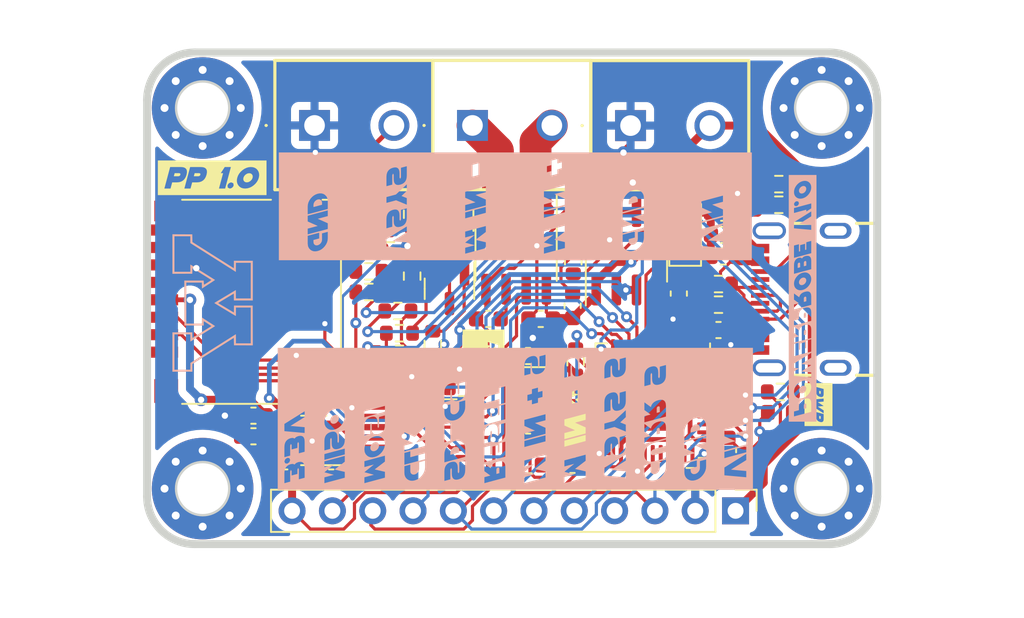
<source format=kicad_pcb>
(kicad_pcb (version 20211014) (generator pcbnew)

  (general
    (thickness 1.6)
  )

  (paper "A4")
  (layers
    (0 "F.Cu" signal)
    (31 "B.Cu" signal)
    (32 "B.Adhes" user "B.Adhesive")
    (33 "F.Adhes" user "F.Adhesive")
    (34 "B.Paste" user)
    (35 "F.Paste" user)
    (36 "B.SilkS" user "B.Silkscreen")
    (37 "F.SilkS" user "F.Silkscreen")
    (38 "B.Mask" user)
    (39 "F.Mask" user)
    (40 "Dwgs.User" user "User.Drawings")
    (41 "Cmts.User" user "User.Comments")
    (42 "Eco1.User" user "User.Eco1")
    (43 "Eco2.User" user "User.Eco2")
    (44 "Edge.Cuts" user)
    (45 "Margin" user)
    (46 "B.CrtYd" user "B.Courtyard")
    (47 "F.CrtYd" user "F.Courtyard")
    (48 "B.Fab" user)
    (49 "F.Fab" user)
    (50 "User.1" user)
    (51 "User.2" user)
    (52 "User.3" user)
    (53 "User.4" user)
    (54 "User.5" user)
    (55 "User.6" user)
    (56 "User.7" user)
    (57 "User.8" user)
    (58 "User.9" user)
  )

  (setup
    (stackup
      (layer "F.SilkS" (type "Top Silk Screen"))
      (layer "F.Paste" (type "Top Solder Paste"))
      (layer "F.Mask" (type "Top Solder Mask") (thickness 0.01))
      (layer "F.Cu" (type "copper") (thickness 0.035))
      (layer "dielectric 1" (type "core") (thickness 1.51) (material "FR4") (epsilon_r 4.5) (loss_tangent 0.02))
      (layer "B.Cu" (type "copper") (thickness 0.035))
      (layer "B.Mask" (type "Bottom Solder Mask") (thickness 0.01))
      (layer "B.Paste" (type "Bottom Solder Paste"))
      (layer "B.SilkS" (type "Bottom Silk Screen"))
      (copper_finish "None")
      (dielectric_constraints no)
    )
    (pad_to_mask_clearance 0)
    (pcbplotparams
      (layerselection 0x00010fc_ffffffff)
      (disableapertmacros false)
      (usegerberextensions false)
      (usegerberattributes true)
      (usegerberadvancedattributes true)
      (creategerberjobfile true)
      (svguseinch false)
      (svgprecision 6)
      (excludeedgelayer true)
      (plotframeref false)
      (viasonmask false)
      (mode 1)
      (useauxorigin false)
      (hpglpennumber 1)
      (hpglpenspeed 20)
      (hpglpendiameter 15.000000)
      (dxfpolygonmode true)
      (dxfimperialunits true)
      (dxfusepcbnewfont true)
      (psnegative false)
      (psa4output false)
      (plotreference true)
      (plotvalue true)
      (plotinvisibletext false)
      (sketchpadsonfab false)
      (subtractmaskfromsilk false)
      (outputformat 4)
      (mirror false)
      (drillshape 0)
      (scaleselection 1)
      (outputdirectory "")
    )
  )

  (net 0 "")
  (net 1 "Net-(C1-Pad1)")
  (net 2 "GND")
  (net 3 "Net-(C2-Pad1)")
  (net 4 "+3V3")
  (net 5 "Net-(C6-Pad2)")
  (net 6 "RESET")
  (net 7 "CLK")
  (net 8 "MOSI")
  (net 9 "MISO")
  (net 10 "Net-(C4-Pad2)")
  (net 11 "+5V")
  (net 12 "+BATT")
  (net 13 "VBUS")
  (net 14 "TX_LED")
  (net 15 "Net-(D1-Pad2)")
  (net 16 "RX_LED")
  (net 17 "Net-(D2-Pad2)")
  (net 18 "Net-(D4-Pad2)")
  (net 19 "Net-(F1-Pad1)")
  (net 20 "D+")
  (net 21 "D-")
  (net 22 "Net-(J4-PadA5)")
  (net 23 "Net-(J4-PadB5)")
  (net 24 "Net-(IC2-Pad5)")
  (net 25 "Sensor")
  (net 26 "unconnected-(J5-Pad1)")
  (net 27 "3.3V_SD_CS")
  (net 28 "3.3V_MOSI")
  (net 29 "3.3V_CLK")
  (net 30 "3.3V_MISO")
  (net 31 "unconnected-(J5-Pad8)")
  (net 32 "unconnected-(J5-Pad9)")
  (net 33 "unconnected-(J4-PadA8)")
  (net 34 "unconnected-(J4-PadB8)")
  (net 35 "unconnected-(IC1-Pad11)")
  (net 36 "unconnected-(IC1-Pad12)")
  (net 37 "unconnected-(IC1-Pad13)")
  (net 38 "unconnected-(IC1-Pad14)")
  (net 39 "unconnected-(IC1-Pad15)")
  (net 40 "unconnected-(IC1-Pad16)")
  (net 41 "unconnected-(IC2-Pad4)")
  (net 42 "unconnected-(PS1-Pad4)")
  (net 43 "unconnected-(J4-PadS1)")
  (net 44 "unconnected-(J4-PadS2)")
  (net 45 "unconnected-(J4-PadS3)")
  (net 46 "SD_CS")
  (net 47 "CarBatt")
  (net 48 "unconnected-(J4-PadS4)")
  (net 49 "unconnected-(U1-Pad32)")
  (net 50 "unconnected-(U1-Pad31)")
  (net 51 "unconnected-(U1-Pad30)")
  (net 52 "unconnected-(U1-Pad29)")
  (net 53 "unconnected-(U1-Pad27)")
  (net 54 "unconnected-(U1-Pad26)")
  (net 55 "unconnected-(U1-Pad25)")
  (net 56 "unconnected-(U1-Pad21)")
  (net 57 "unconnected-(U1-Pad20)")
  (net 58 "unconnected-(U1-Pad19)")
  (net 59 "unconnected-(U1-Pad18)")
  (net 60 "unconnected-(U1-Pad41)")
  (net 61 "unconnected-(U1-Pad40)")
  (net 62 "Net-(R4-Pad1)")
  (net 63 "Net-(R5-Pad1)")
  (net 64 "Net-(Q1-Pad1)")
  (net 65 "Net-(Q1-Pad2)")
  (net 66 "Net-(Q2-Pad1)")
  (net 67 "Net-(Q2-Pad2)")
  (net 68 "Net-(Q3-Pad1)")
  (net 69 "Net-(Q3-Pad2)")
  (net 70 "Net-(C3-Pad2)")
  (net 71 "unconnected-(U1-Pad1)")
  (net 72 "MotorInputOne")
  (net 73 "MotorInputTwo")
  (net 74 "MotorSenseTwo")
  (net 75 "MotorSenseOne")
  (net 76 "VBatt")
  (net 77 "Net-(U1-Pad33)")
  (net 78 "VSenseEnable")

  (footprint "Resistor_SMD:R_0603_1608Metric" (layer "F.Cu") (at 101.4 54.9))

  (footprint "MountingHole:MountingHole_3.2mm_M3_Pad_Via" (layer "F.Cu") (at 104.1 74.1))

  (footprint "MountingHole:MountingHole_3.2mm_M3_Pad_Via" (layer "F.Cu") (at 104.1 50.1))

  (footprint "Capacitor_SMD:C_0603_1608Metric" (layer "F.Cu") (at 86.4 63.4 180))

  (footprint "Capacitor_SMD:C_0603_1608Metric" (layer "F.Cu") (at 97.6 64.1))

  (footprint "Resistor_SMD:R_0603_1608Metric" (layer "F.Cu") (at 101.4 56.2 180))

  (footprint "Crystal:Crystal_SMD_3225-4Pin_3.2x2.5mm" (layer "F.Cu") (at 85.9 68.44 -90))

  (footprint "Capacitor_SMD:C_0603_1608Metric" (layer "F.Cu") (at 70.3 73.4 180))

  (footprint "Resistor_SMD:R_0603_1608Metric" (layer "F.Cu") (at 77.4 62.9))

  (footprint "Capacitor_SMD:C_0603_1608Metric" (layer "F.Cu") (at 68.3 69.5))

  (footprint "Capacitor_SMD:C_0603_1608Metric" (layer "F.Cu") (at 85.6 71.14 180))

  (footprint "Package_SO:TSSOP-16-1EP_4.4x5mm_P0.65mm_EP3x3mm" (layer "F.Cu") (at 78.9 71.2 180))

  (footprint "MountingHole:MountingHole_3.2mm_M3_Pad_Via" (layer "F.Cu") (at 65.1 74.1))

  (footprint "Package_TO_SOT_SMD:SOT-23-5" (layer "F.Cu") (at 72.1 71.061424 180))

  (footprint "Resistor_SMD:R_0603_1608Metric" (layer "F.Cu") (at 95.82 73.32))

  (footprint "Package_DFN_QFN:QFN-44-1EP_7x7mm_P0.5mm_EP5.2x5.2mm" (layer "F.Cu") (at 93.46 68.55 -90))

  (footprint "Resistor_SMD:R_0603_1608Metric" (layer "F.Cu") (at 97.6 61.2))

  (footprint "Connector_PinHeader_2.54mm:PinHeader_1x12_P2.54mm_Vertical" (layer "F.Cu") (at 98.675 75.5 -90))

  (footprint "kibuzzard-63FD119E" (layer "F.Cu") (at 103.9 68.8 -90))

  (footprint "Resistor_SMD:R_0603_1608Metric" (layer "F.Cu") (at 79.6 65 90))

  (footprint "Connector_Card:microSD_HC_Hirose_DM3D-SF" (layer "F.Cu") (at 68.03 62.32 -90))

  (footprint "Capacitor_SMD:C_0603_1608Metric" (layer "F.Cu") (at 98.2 71.67 90))

  (footprint "Capacitor_SMD:C_0603_1608Metric" (layer "F.Cu") (at 95.1 61.8 90))

  (footprint "KiCad:Terminal_Block" (layer "F.Cu") (at 92.06 51.21))

  (footprint "Package_TO_SOT_SMD:SOT-23" (layer "F.Cu") (at 80.6 57.2 90))

  (footprint "Capacitor_SMD:C_0603_1608Metric" (layer "F.Cu") (at 88.4 72.6 180))

  (footprint "Resistor_SMD:R_0603_1608Metric" (layer "F.Cu") (at 77.5 64.3 180))

  (footprint "kibuzzard-63F8F3C2" (layer "F.Cu") (at 88.4 69.6 -90))

  (footprint "kibuzzard-63F7A764" (layer "F.Cu") (at 65.7 54.5))

  (footprint "Capacitor_SMD:C_0603_1608Metric" (layer "F.Cu") (at 85.6 65.74))

  (footprint "kibuzzard-63F8F2BE" (layer "F.Cu") (at 82.8 65.6 -90))

  (footprint "MountingHole:MountingHole_3.2mm_M3_Pad_Via" (layer "F.Cu") (at 65.1 50.1))

  (footprint "LED_SMD:LED_0603_1608Metric" (layer "F.Cu") (at 101.5 69.3))

  (footprint "Resistor_SMD:R_0603_1608Metric" (layer "F.Cu") (at 81.47 67.74))

  (footprint "Resistor_SMD:R_0603_1608Metric" (layer "F.Cu") (at 78.3 56.8 90))

  (footprint "Resistor_SMD:R_0603_1608Metric" (layer "F.Cu") (at 77.5 65.6))

  (footprint "Capacitor_SMD:C_0603_1608Metric" (layer "F.Cu") (at 68.3 70.8))

  (footprint "Resistor_SMD:R_0603_1608Metric" (layer "F.Cu") (at 97.6 62.5))

  (footprint "Resistor_SMD:R_0603_1608Metric" (layer "F.Cu") (at 78.3 60.7 -90))

  (footprint "Resistor_SMD:R_0603_1608Metric" (layer "F.Cu") (at 75.575 60.4))

  (footprint "USB4105-GF-A:GCT_USB4105-GF-A" (layer "F.Cu") (at 104.980489 62.1625 90))

  (footprint "Diode_SMD:D_SOD-123" (layer "F.Cu") (at 95.5 57.8 90))

  (footprint "Capacitor_SMD:C_0603_1608Metric" (layer "F.Cu") (at 73.2 73.4 180))

  (footprint "Package_TO_SOT_SMD:SOT-23" (layer "F.Cu") (at 75.5 57 180))

  (footprint "LED_SMD:LED_0603_1608Metric" (layer "F.Cu") (at 82.3 65.6 -90))

  (footprint "Capacitor_SMD:C_0603_1608Metric" (layer "F.Cu") (at 88.41 62.57 90))

  (footprint "Fuse:Fuse_0603_1608Metric" (layer "F.Cu") (at 97.9 59.4625 180))

  (footprint "Resistor_SMD:R_0603_1608Metric" (layer "F.Cu") (at 88.6 66.1 90))

  (footprint "Capacitor_SMD:C_0603_1608Metric" (layer "F.Cu") (at 97.9 58.1))

  (footprint "Package_SO:SOIC-8_3.9x4.9mm_P1.27mm" (layer "F.Cu") (at 91.8 59.1 90))

  (footprint "LED_SMD:LED_0603_1608Metric" (layer "F.Cu") (at 88.4 70.3 -90))

  (footprint "Package_TO_SOT_SMD:SOT-23" (layer "F.Cu") (at 80.65 61.5 -90))

  (footprint "Resistor_SMD:R_0603_1608Metric" (layer "F.Cu")
    (tedit 5F68FEEE) (tstamp d2f4535e-0c6a-4fbf-b5fd-29d59b7a624b)
    (at 101.5 68)
    (descr "Resistor SMD 0603 (1608 Metric), square (rectangular) end terminal, IPC_7351 nominal, (Body size source: IPC-SM-782 page 72, https://www.pcb-3d.com/wordpress/wp-content/uploads/ipc-sm-782a_amendment_1_and_2.pdf), generated with kicad-footprint-generator")
    (tags "resistor")
    (property "Sheetfile" "Senior_Design.kicad_sch")
    (property "Sheetname" "")
    (path "/6158792c-95bb-4f62-bf4d-01a8ac060ef1")
    (attr smd)
    (fp_text reference "R15" (at 0 -1.43) (layer "F.SilkS") hide
      (effects (font (size 1 1) (thickness 0.15)))
      (tstamp b80707ac-04fa-4771-8d3d-c2526a89094b)
    )
    (fp_text value "1K" (at 0 1.43) (layer "F.Fab")
      (effects (font (size 1 1) (thickness 0.15)))
      (tstamp c857744c-c901-4ed4-8d37-667ffcc0c9f5)
    )
    (fp_text user "${REFERENCE}" (at 0 0) (layer "F.Fab")
      (effects (font (size 0.4 0.4) (thickness 0.06)))
      (tstamp 6e04e195-ab4e-424f-9198-b5ec07460562)
    )
    (fp_line (start -0.237258 -0.5225) (end 0.237258 -0.5225) (layer "F.SilkS") (width 0.12) (tstamp 131c8911-8fe2-4ac5-9421-2ae7f17c0425))
    (fp_line (start -0.237258 0.5225) (end 0.237258 0.5225) (layer "F.SilkS") (width 0.12) (tstamp 43fe242d-ebfa-4353-847a-85fb2cd428f2))
    (fp_line (start -1.48 0.73) (end -1.48 -0.73) (layer "F.CrtYd") (width 0.05) (tstamp 22842d68-109b-4be4-91be-4c55b0d301f5))
    (fp_line (start -1.48 -0.73) (end 1.48 -0.73) (layer "F.CrtYd") (width 0.05) (tstamp 4e6b4ec8-bb7f-461d-809e-e54f01684779))
    (fp_line (sta
... [304616 chars truncated]
</source>
